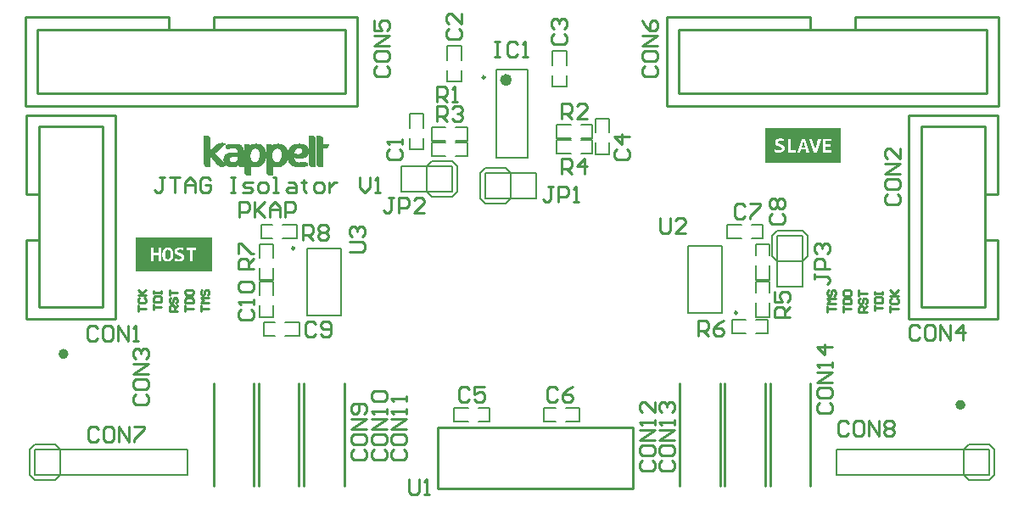
<source format=gto>
G04 Layer_Color=65535*
%FSLAX25Y25*%
%MOIN*%
G70*
G01*
G75*
%ADD17C,0.02362*%
%ADD28C,0.00984*%
%ADD29C,0.01969*%
%ADD30C,0.00100*%
%ADD31C,0.01000*%
%ADD32C,0.00800*%
%ADD33C,0.00500*%
%ADD34C,0.00787*%
G36*
X78945Y90650D02*
X49016D01*
Y104062D01*
X78945D01*
Y90650D01*
D02*
G37*
G36*
X326189Y133465D02*
X296260D01*
Y146878D01*
X326189D01*
Y133465D01*
D02*
G37*
%LPC*%
G36*
X58947Y100034D02*
X57936D01*
Y97884D01*
X56114D01*
Y100034D01*
X55103D01*
Y94678D01*
X56114D01*
Y97010D01*
X57936D01*
Y94678D01*
X58947D01*
Y100034D01*
D02*
G37*
G36*
X66545Y100126D02*
X66445D01*
X66244Y100116D01*
X66071Y100107D01*
X65907Y100089D01*
X65771Y100062D01*
X65661Y100034D01*
X65579Y100016D01*
X65525Y100007D01*
X65515Y99998D01*
X65506D01*
X65370Y99943D01*
X65251Y99889D01*
X65142Y99834D01*
X65051Y99779D01*
X64978Y99734D01*
X64923Y99697D01*
X64887Y99670D01*
X64878Y99661D01*
X64796Y99579D01*
X64714Y99497D01*
X64659Y99415D01*
X64604Y99333D01*
X64568Y99269D01*
X64532Y99215D01*
X64522Y99178D01*
X64513Y99169D01*
X64477Y99060D01*
X64450Y98959D01*
X64431Y98859D01*
X64422Y98759D01*
X64413Y98686D01*
X64404Y98622D01*
Y98586D01*
Y98568D01*
X64413Y98440D01*
X64422Y98331D01*
X64441Y98231D01*
X64459Y98140D01*
X64477Y98076D01*
X64495Y98021D01*
X64513Y97985D01*
Y97975D01*
X64604Y97812D01*
X64650Y97739D01*
X64705Y97675D01*
X64741Y97629D01*
X64777Y97593D01*
X64796Y97566D01*
X64805Y97557D01*
X64951Y97438D01*
X65087Y97347D01*
X65151Y97311D01*
X65197Y97283D01*
X65224Y97274D01*
X65233Y97265D01*
X65406Y97183D01*
X65488Y97146D01*
X65561Y97110D01*
X65616Y97083D01*
X65670Y97065D01*
X65698Y97055D01*
X65707Y97046D01*
X65889Y96983D01*
X65971Y96955D01*
X66044Y96928D01*
X66098Y96901D01*
X66153Y96891D01*
X66180Y96873D01*
X66190D01*
X66354Y96810D01*
X66426Y96782D01*
X66490Y96755D01*
X66536Y96728D01*
X66581Y96709D01*
X66600Y96700D01*
X66609Y96691D01*
X66736Y96609D01*
X66827Y96536D01*
X66864Y96500D01*
X66891Y96482D01*
X66900Y96463D01*
X66909Y96454D01*
X66946Y96399D01*
X66982Y96354D01*
X67010Y96245D01*
X67019Y96199D01*
X67028Y96163D01*
Y96135D01*
Y96126D01*
X67019Y96026D01*
X67000Y95944D01*
X66973Y95880D01*
X66964Y95871D01*
Y95862D01*
X66909Y95780D01*
X66855Y95716D01*
X66800Y95671D01*
X66791Y95653D01*
X66782D01*
X66681Y95598D01*
X66572Y95561D01*
X66527Y95543D01*
X66490Y95534D01*
X66463Y95525D01*
X66454D01*
X66290Y95498D01*
X66208Y95489D01*
X66135D01*
X66062Y95479D01*
X65816D01*
X65689Y95489D01*
X65634D01*
X65597Y95498D01*
X65561D01*
X65415Y95525D01*
X65342Y95534D01*
X65279Y95543D01*
X65224Y95552D01*
X65188Y95561D01*
X65160Y95570D01*
X65151D01*
X64996Y95607D01*
X64923Y95625D01*
X64859Y95634D01*
X64814Y95653D01*
X64768Y95662D01*
X64741Y95671D01*
X64732D01*
X64586Y95716D01*
X64522Y95735D01*
X64468Y95753D01*
X64422Y95771D01*
X64386Y95789D01*
X64359Y95798D01*
X64349D01*
Y94805D01*
X64632Y94732D01*
X64759Y94705D01*
X64878Y94678D01*
X64978Y94660D01*
X65060Y94650D01*
X65105Y94641D01*
X65124D01*
X65424Y94614D01*
X65561Y94596D01*
X65689D01*
X65789Y94587D01*
X65944D01*
X66117Y94596D01*
X66281Y94605D01*
X66426Y94623D01*
X66563Y94641D01*
X66663Y94660D01*
X66745Y94669D01*
X66800Y94687D01*
X66818D01*
X66964Y94732D01*
X67101Y94778D01*
X67219Y94833D01*
X67319Y94878D01*
X67410Y94924D01*
X67465Y94960D01*
X67510Y94987D01*
X67520Y94997D01*
X67620Y95079D01*
X67711Y95170D01*
X67793Y95252D01*
X67857Y95343D01*
X67911Y95416D01*
X67948Y95470D01*
X67966Y95507D01*
X67975Y95525D01*
X68030Y95653D01*
X68066Y95780D01*
X68103Y95908D01*
X68121Y96035D01*
X68130Y96135D01*
X68139Y96217D01*
Y96272D01*
Y96281D01*
Y96290D01*
X68130Y96409D01*
X68121Y96518D01*
X68103Y96609D01*
X68085Y96700D01*
X68057Y96764D01*
X68039Y96810D01*
X68030Y96846D01*
X68021Y96855D01*
X67975Y96946D01*
X67930Y97028D01*
X67875Y97092D01*
X67829Y97156D01*
X67784Y97210D01*
X67756Y97247D01*
X67729Y97265D01*
X67720Y97274D01*
X67574Y97402D01*
X67447Y97493D01*
X67383Y97529D01*
X67338Y97557D01*
X67310Y97566D01*
X67301Y97575D01*
X67128Y97666D01*
X67046Y97702D01*
X66964Y97730D01*
X66900Y97757D01*
X66855Y97775D01*
X66818Y97793D01*
X66809D01*
X66627Y97866D01*
X66545Y97894D01*
X66472Y97921D01*
X66417Y97948D01*
X66372Y97957D01*
X66335Y97975D01*
X66326D01*
X66162Y98039D01*
X66089Y98067D01*
X66026Y98094D01*
X65971Y98112D01*
X65934Y98130D01*
X65907Y98149D01*
X65898D01*
X65780Y98221D01*
X65689Y98294D01*
X65652Y98322D01*
X65625Y98349D01*
X65616Y98358D01*
X65607Y98367D01*
X65570Y98413D01*
X65543Y98467D01*
X65515Y98559D01*
X65506Y98604D01*
X65497Y98632D01*
Y98650D01*
Y98659D01*
X65506Y98759D01*
X65525Y98832D01*
X65534Y98887D01*
X65543Y98896D01*
Y98905D01*
X65597Y98978D01*
X65652Y99041D01*
X65698Y99078D01*
X65707Y99087D01*
X65716D01*
X65816Y99142D01*
X65907Y99178D01*
X65953Y99196D01*
X65989Y99205D01*
X66007Y99215D01*
X66017D01*
X66171Y99242D01*
X66317Y99251D01*
X66381Y99260D01*
X66590D01*
X66691Y99251D01*
X66727D01*
X66764Y99242D01*
X66791D01*
X66918Y99224D01*
X67028Y99205D01*
X67064Y99196D01*
X67101D01*
X67119Y99187D01*
X67128D01*
X67256Y99169D01*
X67356Y99142D01*
X67401Y99133D01*
X67428Y99123D01*
X67447Y99114D01*
X67456D01*
X67565Y99087D01*
X67656Y99060D01*
X67693Y99050D01*
X67720Y99041D01*
X67738Y99032D01*
X67747D01*
Y99952D01*
X67647Y99971D01*
X67547Y99989D01*
X67510Y99998D01*
X67474Y100007D01*
X67447D01*
X67328Y100034D01*
X67228Y100053D01*
X67183D01*
X67146Y100062D01*
X67119D01*
X67000Y100080D01*
X66882Y100098D01*
X66836D01*
X66800Y100107D01*
X66773D01*
X66645Y100116D01*
X66545Y100126D01*
D02*
G37*
G36*
X72858Y100034D02*
X68895D01*
Y99196D01*
X70362D01*
Y94678D01*
X71391D01*
Y99196D01*
X72858D01*
Y100034D01*
D02*
G37*
G36*
X61771Y100126D02*
X61671D01*
X61507Y100116D01*
X61343Y100098D01*
X61197Y100071D01*
X61070Y100043D01*
X60970Y100016D01*
X60888Y99989D01*
X60833Y99971D01*
X60824Y99962D01*
X60815D01*
X60669Y99889D01*
X60532Y99816D01*
X60414Y99725D01*
X60314Y99643D01*
X60232Y99570D01*
X60168Y99506D01*
X60131Y99470D01*
X60113Y99451D01*
X60013Y99315D01*
X59922Y99178D01*
X59840Y99032D01*
X59776Y98896D01*
X59721Y98768D01*
X59685Y98677D01*
X59667Y98641D01*
X59658Y98613D01*
X59649Y98595D01*
Y98586D01*
X59594Y98376D01*
X59557Y98167D01*
X59521Y97957D01*
X59503Y97757D01*
X59494Y97584D01*
Y97511D01*
X59485Y97447D01*
Y97402D01*
Y97365D01*
Y97338D01*
Y97329D01*
X59494Y97083D01*
X59512Y96855D01*
X59530Y96645D01*
X59567Y96445D01*
X59603Y96263D01*
X59649Y96099D01*
X59703Y95944D01*
X59749Y95807D01*
X59794Y95689D01*
X59849Y95580D01*
X59895Y95489D01*
X59931Y95416D01*
X59967Y95361D01*
X59995Y95324D01*
X60004Y95297D01*
X60013Y95288D01*
X60122Y95161D01*
X60232Y95060D01*
X60359Y94960D01*
X60487Y94887D01*
X60623Y94814D01*
X60751Y94760D01*
X60888Y94714D01*
X61015Y94678D01*
X61133Y94641D01*
X61243Y94623D01*
X61343Y94605D01*
X61434Y94596D01*
X61507D01*
X61562Y94587D01*
X61607D01*
X61771Y94596D01*
X61935Y94614D01*
X62081Y94632D01*
X62208Y94669D01*
X62309Y94696D01*
X62391Y94714D01*
X62445Y94732D01*
X62464Y94741D01*
X62609Y94814D01*
X62737Y94887D01*
X62855Y94969D01*
X62965Y95051D01*
X63047Y95124D01*
X63101Y95188D01*
X63147Y95224D01*
X63156Y95243D01*
X63265Y95379D01*
X63356Y95525D01*
X63438Y95671D01*
X63502Y95807D01*
X63557Y95935D01*
X63602Y96026D01*
X63612Y96062D01*
X63621Y96090D01*
X63630Y96108D01*
Y96117D01*
X63684Y96327D01*
X63730Y96536D01*
X63757Y96746D01*
X63785Y96946D01*
X63794Y97119D01*
Y97192D01*
X63803Y97256D01*
Y97301D01*
Y97338D01*
Y97365D01*
Y97374D01*
X63794Y97620D01*
X63775Y97848D01*
X63757Y98067D01*
X63721Y98267D01*
X63675Y98449D01*
X63630Y98613D01*
X63584Y98768D01*
X63539Y98905D01*
X63484Y99023D01*
X63438Y99133D01*
X63393Y99224D01*
X63347Y99296D01*
X63311Y99351D01*
X63293Y99388D01*
X63274Y99415D01*
X63265Y99424D01*
X63156Y99552D01*
X63047Y99652D01*
X62919Y99752D01*
X62792Y99834D01*
X62655Y99898D01*
X62527Y99952D01*
X62391Y99998D01*
X62263Y100034D01*
X62145Y100071D01*
X62035Y100089D01*
X61935Y100107D01*
X61844Y100116D01*
X61771Y100126D01*
D02*
G37*
%LPD*%
G36*
X61753Y99205D02*
X61844Y99196D01*
X62017Y99142D01*
X62163Y99069D01*
X62281Y98978D01*
X62372Y98887D01*
X62436Y98814D01*
X62473Y98759D01*
X62482Y98750D01*
Y98741D01*
X62527Y98650D01*
X62564Y98549D01*
X62628Y98322D01*
X62673Y98094D01*
X62710Y97857D01*
X62719Y97757D01*
X62728Y97657D01*
Y97566D01*
X62737Y97484D01*
Y97420D01*
Y97374D01*
Y97338D01*
Y97329D01*
Y97165D01*
X62728Y97019D01*
X62719Y96882D01*
X62710Y96764D01*
X62691Y96673D01*
X62682Y96600D01*
X62673Y96554D01*
Y96536D01*
X62646Y96418D01*
X62618Y96308D01*
X62582Y96208D01*
X62546Y96126D01*
X62518Y96053D01*
X62491Y96008D01*
X62482Y95971D01*
X62473Y95962D01*
X62418Y95880D01*
X62363Y95816D01*
X62309Y95753D01*
X62254Y95707D01*
X62208Y95662D01*
X62172Y95634D01*
X62145Y95625D01*
X62136Y95616D01*
X62054Y95580D01*
X61972Y95552D01*
X61890Y95525D01*
X61817Y95516D01*
X61744Y95507D01*
X61689Y95498D01*
X61644D01*
X61534Y95507D01*
X61443Y95516D01*
X61270Y95570D01*
X61124Y95643D01*
X61006Y95735D01*
X60915Y95816D01*
X60851Y95889D01*
X60815Y95944D01*
X60806Y95953D01*
Y95962D01*
X60760Y96053D01*
X60724Y96153D01*
X60660Y96381D01*
X60614Y96609D01*
X60587Y96846D01*
X60569Y96946D01*
Y97046D01*
X60560Y97137D01*
X60550Y97219D01*
Y97283D01*
Y97329D01*
Y97365D01*
Y97374D01*
Y97538D01*
X60560Y97684D01*
X60569Y97821D01*
X60578Y97930D01*
X60587Y98030D01*
X60596Y98094D01*
X60605Y98140D01*
Y98158D01*
X60632Y98285D01*
X60660Y98395D01*
X60696Y98495D01*
X60724Y98577D01*
X60751Y98641D01*
X60778Y98695D01*
X60787Y98723D01*
X60796Y98732D01*
X60851Y98814D01*
X60906Y98887D01*
X60961Y98950D01*
X61015Y98996D01*
X61061Y99041D01*
X61097Y99069D01*
X61124Y99078D01*
X61133Y99087D01*
X61216Y99133D01*
X61298Y99160D01*
X61389Y99187D01*
X61471Y99196D01*
X61534Y99205D01*
X61598Y99215D01*
X61644D01*
X61753Y99205D01*
D02*
G37*
%LPC*%
G36*
X318271Y142849D02*
X317196D01*
X316294Y139679D01*
X315994Y138558D01*
X315702Y139615D01*
X314800Y142849D01*
X313652D01*
X315292Y137493D01*
X316622D01*
X318271Y142849D01*
D02*
G37*
G36*
X322252D02*
X319027D01*
Y137493D01*
X322252D01*
Y138349D01*
X320057D01*
Y139834D01*
X322152D01*
Y140663D01*
X320057D01*
Y141993D01*
X322252D01*
Y142849D01*
D02*
G37*
G36*
X306255D02*
X305226D01*
Y137493D01*
X308514D01*
Y138358D01*
X306255D01*
Y142849D01*
D02*
G37*
G36*
X312049D02*
X310637D01*
X309052Y137493D01*
X310054D01*
X310354Y138549D01*
X312222D01*
X312523Y137493D01*
X313634D01*
X312049Y142849D01*
D02*
G37*
G36*
X302392Y142940D02*
X302292D01*
X302092Y142931D01*
X301919Y142922D01*
X301755Y142904D01*
X301618Y142877D01*
X301509Y142849D01*
X301427Y142831D01*
X301372Y142822D01*
X301363Y142813D01*
X301354D01*
X301217Y142758D01*
X301099Y142704D01*
X300989Y142649D01*
X300898Y142594D01*
X300825Y142549D01*
X300771Y142512D01*
X300734Y142485D01*
X300725Y142476D01*
X300643Y142394D01*
X300561Y142312D01*
X300507Y142230D01*
X300452Y142148D01*
X300415Y142084D01*
X300379Y142030D01*
X300370Y141993D01*
X300361Y141984D01*
X300324Y141875D01*
X300297Y141774D01*
X300279Y141674D01*
X300270Y141574D01*
X300261Y141501D01*
X300252Y141437D01*
Y141401D01*
Y141383D01*
X300261Y141255D01*
X300270Y141146D01*
X300288Y141046D01*
X300306Y140954D01*
X300324Y140891D01*
X300343Y140836D01*
X300361Y140800D01*
Y140790D01*
X300452Y140627D01*
X300498Y140554D01*
X300552Y140490D01*
X300589Y140444D01*
X300625Y140408D01*
X300643Y140381D01*
X300652Y140371D01*
X300798Y140253D01*
X300935Y140162D01*
X300998Y140126D01*
X301044Y140098D01*
X301071Y140089D01*
X301080Y140080D01*
X301254Y139998D01*
X301336Y139962D01*
X301409Y139925D01*
X301463Y139898D01*
X301518Y139880D01*
X301545Y139870D01*
X301554Y139861D01*
X301736Y139797D01*
X301818Y139770D01*
X301891Y139743D01*
X301946Y139716D01*
X302001Y139706D01*
X302028Y139688D01*
X302037D01*
X302201Y139624D01*
X302274Y139597D01*
X302338Y139570D01*
X302383Y139542D01*
X302429Y139524D01*
X302447Y139515D01*
X302456Y139506D01*
X302584Y139424D01*
X302675Y139351D01*
X302711Y139315D01*
X302738Y139296D01*
X302748Y139278D01*
X302757Y139269D01*
X302793Y139215D01*
X302830Y139169D01*
X302857Y139060D01*
X302866Y139014D01*
X302875Y138978D01*
Y138950D01*
Y138941D01*
X302866Y138841D01*
X302848Y138759D01*
X302820Y138695D01*
X302811Y138686D01*
Y138677D01*
X302757Y138595D01*
X302702Y138531D01*
X302647Y138486D01*
X302638Y138468D01*
X302629D01*
X302529Y138413D01*
X302420Y138376D01*
X302374Y138358D01*
X302338Y138349D01*
X302310Y138340D01*
X302301D01*
X302137Y138313D01*
X302055Y138303D01*
X301982D01*
X301909Y138294D01*
X301664D01*
X301536Y138303D01*
X301481D01*
X301445Y138313D01*
X301409D01*
X301263Y138340D01*
X301190Y138349D01*
X301126Y138358D01*
X301071Y138367D01*
X301035Y138376D01*
X301008Y138385D01*
X300998D01*
X300844Y138422D01*
X300771Y138440D01*
X300707Y138449D01*
X300661Y138468D01*
X300616Y138477D01*
X300589Y138486D01*
X300580D01*
X300434Y138531D01*
X300370Y138549D01*
X300315Y138568D01*
X300270Y138586D01*
X300233Y138604D01*
X300206Y138613D01*
X300197D01*
Y137620D01*
X300479Y137547D01*
X300607Y137520D01*
X300725Y137493D01*
X300825Y137475D01*
X300907Y137465D01*
X300953Y137456D01*
X300971D01*
X301272Y137429D01*
X301409Y137411D01*
X301536D01*
X301636Y137402D01*
X301791D01*
X301964Y137411D01*
X302128Y137420D01*
X302274Y137438D01*
X302411Y137456D01*
X302511Y137475D01*
X302593Y137484D01*
X302647Y137502D01*
X302666D01*
X302811Y137547D01*
X302948Y137593D01*
X303066Y137648D01*
X303167Y137693D01*
X303258Y137739D01*
X303312Y137775D01*
X303358Y137802D01*
X303367Y137812D01*
X303467Y137893D01*
X303558Y137985D01*
X303640Y138067D01*
X303704Y138158D01*
X303759Y138231D01*
X303795Y138285D01*
X303814Y138322D01*
X303823Y138340D01*
X303877Y138468D01*
X303914Y138595D01*
X303950Y138723D01*
X303968Y138850D01*
X303977Y138950D01*
X303987Y139032D01*
Y139087D01*
Y139096D01*
Y139105D01*
X303977Y139224D01*
X303968Y139333D01*
X303950Y139424D01*
X303932Y139515D01*
X303905Y139579D01*
X303886Y139624D01*
X303877Y139661D01*
X303868Y139670D01*
X303823Y139761D01*
X303777Y139843D01*
X303722Y139907D01*
X303677Y139971D01*
X303631Y140025D01*
X303604Y140062D01*
X303577Y140080D01*
X303568Y140089D01*
X303422Y140217D01*
X303294Y140308D01*
X303231Y140344D01*
X303185Y140371D01*
X303158Y140381D01*
X303149Y140390D01*
X302975Y140481D01*
X302893Y140517D01*
X302811Y140544D01*
X302748Y140572D01*
X302702Y140590D01*
X302666Y140608D01*
X302657D01*
X302474Y140681D01*
X302392Y140708D01*
X302320Y140736D01*
X302265Y140763D01*
X302219Y140772D01*
X302183Y140790D01*
X302174D01*
X302010Y140854D01*
X301937Y140882D01*
X301873Y140909D01*
X301818Y140927D01*
X301782Y140945D01*
X301755Y140964D01*
X301746D01*
X301627Y141036D01*
X301536Y141109D01*
X301500Y141137D01*
X301472Y141164D01*
X301463Y141173D01*
X301454Y141182D01*
X301418Y141228D01*
X301390Y141282D01*
X301363Y141374D01*
X301354Y141419D01*
X301345Y141446D01*
Y141465D01*
Y141474D01*
X301354Y141574D01*
X301372Y141647D01*
X301381Y141701D01*
X301390Y141711D01*
Y141720D01*
X301445Y141793D01*
X301500Y141856D01*
X301545Y141893D01*
X301554Y141902D01*
X301563D01*
X301664Y141957D01*
X301755Y141993D01*
X301800Y142011D01*
X301837Y142020D01*
X301855Y142030D01*
X301864D01*
X302019Y142057D01*
X302165Y142066D01*
X302228Y142075D01*
X302438D01*
X302538Y142066D01*
X302575D01*
X302611Y142057D01*
X302638D01*
X302766Y142039D01*
X302875Y142020D01*
X302912Y142011D01*
X302948D01*
X302966Y142002D01*
X302975D01*
X303103Y141984D01*
X303203Y141957D01*
X303249Y141947D01*
X303276Y141938D01*
X303294Y141929D01*
X303303D01*
X303413Y141902D01*
X303504Y141875D01*
X303540Y141866D01*
X303568Y141856D01*
X303586Y141847D01*
X303595D01*
Y142767D01*
X303495Y142786D01*
X303395Y142804D01*
X303358Y142813D01*
X303322Y142822D01*
X303294D01*
X303176Y142849D01*
X303076Y142868D01*
X303030D01*
X302994Y142877D01*
X302966D01*
X302848Y142895D01*
X302729Y142913D01*
X302684D01*
X302647Y142922D01*
X302620D01*
X302493Y142931D01*
X302392Y142940D01*
D02*
G37*
%LPD*%
G36*
X311994Y139369D02*
X310591D01*
X311302Y141866D01*
X311994Y139369D01*
D02*
G37*
D17*
X195669Y165945D02*
G03*
X195669Y165945I-1181J0D01*
G01*
D28*
X186221Y166949D02*
G03*
X186221Y166949I-492J0D01*
G01*
X111319Y99803D02*
G03*
X111319Y99803I-492J0D01*
G01*
X285335Y74410D02*
G03*
X285335Y74410I-492J0D01*
G01*
D29*
X21622Y58228D02*
G03*
X21622Y58228I-1000J0D01*
G01*
X374079Y38228D02*
G03*
X374079Y38228I-1000J0D01*
G01*
D30*
X101639Y128732D02*
X102639D01*
X93039D02*
X94039D01*
X101139Y128832D02*
X102639D01*
X92539D02*
X94039D01*
X100939Y128932D02*
X102639D01*
X92339D02*
X94039D01*
X100739Y129032D02*
X102639D01*
X92139D02*
X94039D01*
X100639Y129132D02*
X102639D01*
X92039D02*
X94039D01*
X100639Y129232D02*
X102639D01*
X92039D02*
X94039D01*
X100539Y129332D02*
X102639D01*
X91939D02*
X94039D01*
X100439Y129432D02*
X102639D01*
X91839D02*
X94039D01*
X100439Y129532D02*
X102639D01*
X91839D02*
X94039D01*
X100439Y129632D02*
X102639D01*
X91839D02*
X94039D01*
X100339Y129732D02*
X102639D01*
X91739D02*
X94039D01*
X100339Y129832D02*
X102639D01*
X91739D02*
X94039D01*
X100339Y129932D02*
X102639D01*
X91739D02*
X94039D01*
X100339Y130032D02*
X102639D01*
X91739D02*
X94039D01*
X100339Y130132D02*
X102639D01*
X91739D02*
X94039D01*
X100339Y130232D02*
X102639D01*
X91739D02*
X94039D01*
X100339Y130332D02*
X102639D01*
X91739D02*
X94039D01*
X100339Y130432D02*
X102639D01*
X91739D02*
X94039D01*
X100339Y130532D02*
X102639D01*
X91739D02*
X94039D01*
X100339Y130632D02*
X102639D01*
X91739D02*
X94039D01*
X100339Y130732D02*
X102639D01*
X91739D02*
X94039D01*
X100339Y130832D02*
X102639D01*
X91739D02*
X94039D01*
X100339Y130932D02*
X102639D01*
X91739D02*
X94039D01*
X100339Y131032D02*
X102639D01*
X91739D02*
X94039D01*
X100339Y131132D02*
X102639D01*
X91739D02*
X94039D01*
X100339Y131232D02*
X102639D01*
X91739D02*
X94039D01*
X100339Y131332D02*
X102639D01*
X91739D02*
X94039D01*
X100339Y131432D02*
X102639D01*
X91739D02*
X94039D01*
X100339Y131532D02*
X102639D01*
X91739D02*
X94039D01*
X100339Y131632D02*
X102639D01*
X91739D02*
X94039D01*
X100339Y131732D02*
X102639D01*
X91739D02*
X94039D01*
X100339Y131832D02*
X102639D01*
X91739D02*
X94039D01*
X111939Y131932D02*
X114139D01*
X103739D02*
X105239D01*
X100339D02*
X102639D01*
X95139D02*
X96639D01*
X91739D02*
X94039D01*
X86239D02*
X87739D01*
X121239Y132032D02*
X122339D01*
X118339D02*
X119339D01*
X111539D02*
X114839D01*
X103339D02*
X105639D01*
X100339D02*
X102639D01*
X94739D02*
X97039D01*
X91739D02*
X94039D01*
X90239D02*
X91239D01*
X85739D02*
X88139D01*
X82539D02*
X83139D01*
X77039D02*
X78039D01*
X120739Y132132D02*
X122339D01*
X117839D02*
X119339D01*
X111239D02*
X115339D01*
X103139D02*
X105939D01*
X100339D02*
X102639D01*
X94539D02*
X97339D01*
X91739D02*
X94039D01*
X89839D02*
X91239D01*
X85439D02*
X88339D01*
X82139D02*
X83539D01*
X76539D02*
X78039D01*
X120539Y132232D02*
X122339D01*
X117639D02*
X119339D01*
X110939D02*
X115739D01*
X102939D02*
X106139D01*
X100339D02*
X102639D01*
X94339D02*
X97539D01*
X91739D02*
X94039D01*
X89539D02*
X91239D01*
X85239D02*
X88539D01*
X81939D02*
X83739D01*
X76339D02*
X78039D01*
X120439Y132332D02*
X122339D01*
X117539D02*
X119339D01*
X110739D02*
X116039D01*
X102739D02*
X106339D01*
X100339D02*
X102639D01*
X94139D02*
X97739D01*
X91739D02*
X94039D01*
X89439D02*
X91239D01*
X85039D02*
X88739D01*
X81739D02*
X83939D01*
X76239D02*
X78039D01*
X120339Y132432D02*
X122339D01*
X117439D02*
X119339D01*
X110539D02*
X116239D01*
X100339D02*
X106539D01*
X91739D02*
X97939D01*
X89339D02*
X91239D01*
X84839D02*
X88839D01*
X81639D02*
X84039D01*
X76139D02*
X78039D01*
X120239Y132532D02*
X122339D01*
X117339D02*
X119339D01*
X110339D02*
X116339D01*
X100339D02*
X106739D01*
X91739D02*
X98139D01*
X89239D02*
X91239D01*
X84739D02*
X88939D01*
X81439D02*
X84039D01*
X76039D02*
X78039D01*
X120239Y132632D02*
X122339D01*
X117239D02*
X119339D01*
X110239D02*
X116339D01*
X100339D02*
X106839D01*
X91739D02*
X98239D01*
X89239D02*
X91239D01*
X84539D02*
X89139D01*
X81339D02*
X84139D01*
X75939D02*
X78039D01*
X120139Y132732D02*
X122339D01*
X117239D02*
X119339D01*
X110139D02*
X116339D01*
X100339D02*
X106939D01*
X91739D02*
X98339D01*
X84439D02*
X91239D01*
X81239D02*
X84039D01*
X75939D02*
X78039D01*
X120139Y132832D02*
X122339D01*
X117139D02*
X119339D01*
X109939D02*
X116339D01*
X100339D02*
X107139D01*
X91739D02*
X98539D01*
X84339D02*
X91239D01*
X81139D02*
X83939D01*
X75939D02*
X78039D01*
X120039Y132932D02*
X122339D01*
X117139D02*
X119339D01*
X109839D02*
X116339D01*
X100339D02*
X107239D01*
X91739D02*
X98639D01*
X84239D02*
X91239D01*
X81039D02*
X83839D01*
X75839D02*
X78039D01*
X120039Y133032D02*
X122339D01*
X117139D02*
X119339D01*
X109739D02*
X116239D01*
X100339D02*
X107339D01*
X91739D02*
X98739D01*
X84139D02*
X91239D01*
X80939D02*
X83739D01*
X75839D02*
X78039D01*
X120039Y133132D02*
X122339D01*
X117139D02*
X119339D01*
X109639D02*
X116239D01*
X100339D02*
X107439D01*
X91739D02*
X98839D01*
X84039D02*
X91239D01*
X80839D02*
X83639D01*
X75839D02*
X78039D01*
X120039Y133232D02*
X122339D01*
X117139D02*
X119339D01*
X109639D02*
X116239D01*
X100339D02*
X107539D01*
X91739D02*
X98939D01*
X84039D02*
X91239D01*
X80739D02*
X83639D01*
X75839D02*
X78039D01*
X120039Y133332D02*
X122339D01*
X117039D02*
X119339D01*
X109539D02*
X116139D01*
X100339D02*
X107639D01*
X91739D02*
X99039D01*
X83939D02*
X91239D01*
X80639D02*
X83539D01*
X75839D02*
X78039D01*
X120039Y133432D02*
X122339D01*
X117039D02*
X119339D01*
X109439D02*
X116039D01*
X100339D02*
X107639D01*
X91739D02*
X99039D01*
X83839D02*
X91239D01*
X80539D02*
X83439D01*
X75839D02*
X78039D01*
X120039Y133532D02*
X122339D01*
X117039D02*
X119339D01*
X113439D02*
X115839D01*
X109339D02*
X112739D01*
X100339D02*
X107739D01*
X91739D02*
X99139D01*
X83839D02*
X91239D01*
X80539D02*
X83339D01*
X75839D02*
X78039D01*
X120039Y133632D02*
X122339D01*
X117039D02*
X119339D01*
X114739D02*
X115439D01*
X109339D02*
X112239D01*
X104739D02*
X107839D01*
X100339D02*
X103839D01*
X96139D02*
X99239D01*
X91739D02*
X95239D01*
X87639D02*
X91239D01*
X83839D02*
X86639D01*
X80439D02*
X83239D01*
X75839D02*
X78039D01*
X120039Y133732D02*
X122339D01*
X117039D02*
X119339D01*
X109239D02*
X112039D01*
X105039D02*
X107939D01*
X100339D02*
X103539D01*
X96439D02*
X99339D01*
X91739D02*
X94939D01*
X88039D02*
X91239D01*
X83739D02*
X86339D01*
X80339D02*
X83139D01*
X75839D02*
X78039D01*
X120039Y133832D02*
X122339D01*
X117039D02*
X119339D01*
X109139D02*
X111839D01*
X105239D02*
X107939D01*
X100339D02*
X103339D01*
X96639D02*
X99339D01*
X91739D02*
X94739D01*
X88339D02*
X91239D01*
X83739D02*
X86139D01*
X80239D02*
X83039D01*
X75839D02*
X78039D01*
X120039Y133932D02*
X122339D01*
X117039D02*
X119339D01*
X109139D02*
X111739D01*
X105339D02*
X108039D01*
X100339D02*
X103239D01*
X96739D02*
X99439D01*
X91739D02*
X94639D01*
X88439D02*
X91239D01*
X83639D02*
X86039D01*
X80139D02*
X82939D01*
X75839D02*
X78039D01*
X120039Y134032D02*
X122339D01*
X117039D02*
X119339D01*
X109039D02*
X111639D01*
X105439D02*
X108039D01*
X100339D02*
X103139D01*
X96839D02*
X99439D01*
X91739D02*
X94539D01*
X88539D02*
X91239D01*
X83639D02*
X85939D01*
X80039D02*
X82839D01*
X75839D02*
X78039D01*
X120039Y134132D02*
X122339D01*
X117039D02*
X119339D01*
X109039D02*
X111539D01*
X105539D02*
X108139D01*
X100339D02*
X103039D01*
X96939D02*
X99539D01*
X91739D02*
X94439D01*
X88639D02*
X91239D01*
X83639D02*
X85839D01*
X80039D02*
X82739D01*
X75839D02*
X78039D01*
X120039Y134232D02*
X122339D01*
X117039D02*
X119339D01*
X108939D02*
X111439D01*
X105639D02*
X108139D01*
X100339D02*
X102939D01*
X97039D02*
X99539D01*
X91739D02*
X94339D01*
X88739D02*
X91239D01*
X83639D02*
X85739D01*
X79939D02*
X82639D01*
X75839D02*
X78039D01*
X120039Y134332D02*
X122339D01*
X117039D02*
X119339D01*
X108939D02*
X111339D01*
X105739D02*
X108239D01*
X100339D02*
X102839D01*
X97139D02*
X99639D01*
X91739D02*
X94239D01*
X88839D02*
X91239D01*
X83639D02*
X85739D01*
X79839D02*
X82539D01*
X75839D02*
X78039D01*
X120039Y134432D02*
X122339D01*
X117039D02*
X119339D01*
X108939D02*
X111339D01*
X105839D02*
X108239D01*
X100339D02*
X102839D01*
X97239D02*
X99639D01*
X91739D02*
X94239D01*
X88839D02*
X91239D01*
X83539D02*
X85739D01*
X79739D02*
X82439D01*
X75839D02*
X78039D01*
X120039Y134532D02*
X122339D01*
X117039D02*
X119339D01*
X108839D02*
X111239D01*
X105839D02*
X108339D01*
X100339D02*
X102739D01*
X97239D02*
X99739D01*
X91739D02*
X94139D01*
X88939D02*
X91239D01*
X83539D02*
X85739D01*
X79639D02*
X82439D01*
X75839D02*
X78039D01*
X120039Y134632D02*
X122339D01*
X117039D02*
X119339D01*
X108839D02*
X111239D01*
X105939D02*
X108339D01*
X100339D02*
X102739D01*
X97339D02*
X99739D01*
X91739D02*
X94139D01*
X88939D02*
X91239D01*
X83539D02*
X85739D01*
X79539D02*
X82339D01*
X75839D02*
X78039D01*
X120039Y134732D02*
X122339D01*
X117039D02*
X119339D01*
X108839D02*
X111239D01*
X105939D02*
X108339D01*
X100339D02*
X102639D01*
X97339D02*
X99739D01*
X91739D02*
X94039D01*
X89039D02*
X91239D01*
X83539D02*
X85639D01*
X79539D02*
X82239D01*
X75839D02*
X78039D01*
X120039Y134832D02*
X122339D01*
X117039D02*
X119339D01*
X108739D02*
X111139D01*
X106039D02*
X108439D01*
X100339D02*
X102639D01*
X97439D02*
X99839D01*
X91739D02*
X94039D01*
X89039D02*
X91239D01*
X83539D02*
X85639D01*
X79439D02*
X82139D01*
X75839D02*
X78039D01*
X120039Y134932D02*
X122339D01*
X117039D02*
X119339D01*
X108739D02*
X111139D01*
X106039D02*
X108439D01*
X100339D02*
X102639D01*
X97439D02*
X99839D01*
X91739D02*
X93939D01*
X89039D02*
X91239D01*
X83539D02*
X85739D01*
X79339D02*
X82039D01*
X75839D02*
X78039D01*
X120039Y135032D02*
X122339D01*
X117039D02*
X119339D01*
X108739D02*
X111139D01*
X106139D02*
X108439D01*
X100339D02*
X102539D01*
X97539D02*
X99839D01*
X91739D02*
X93939D01*
X89139D02*
X91239D01*
X83539D02*
X85739D01*
X79239D02*
X81939D01*
X75839D02*
X78039D01*
X120039Y135132D02*
X122339D01*
X117039D02*
X119339D01*
X108739D02*
X111039D01*
X106139D02*
X108539D01*
X100339D02*
X102539D01*
X97539D02*
X99839D01*
X91739D02*
X93939D01*
X89139D02*
X91239D01*
X83539D02*
X85739D01*
X79139D02*
X81839D01*
X75839D02*
X78039D01*
X120039Y135232D02*
X122339D01*
X117039D02*
X119339D01*
X108639D02*
X111039D01*
X106139D02*
X108539D01*
X100339D02*
X102539D01*
X97539D02*
X99939D01*
X91739D02*
X93939D01*
X89139D02*
X91239D01*
X83639D02*
X85739D01*
X79039D02*
X81739D01*
X75839D02*
X78039D01*
X120039Y135332D02*
X122339D01*
X117039D02*
X119339D01*
X112539D02*
X114039D01*
X108639D02*
X111039D01*
X106239D02*
X108539D01*
X100339D02*
X102439D01*
X97639D02*
X99939D01*
X91739D02*
X93839D01*
X89139D02*
X91239D01*
X83639D02*
X85839D01*
X78939D02*
X81639D01*
X75839D02*
X78039D01*
X120039Y135432D02*
X122339D01*
X117039D02*
X119339D01*
X111739D02*
X114639D01*
X108639D02*
X111039D01*
X106239D02*
X108539D01*
X100339D02*
X102439D01*
X97639D02*
X99939D01*
X91739D02*
X93839D01*
X89139D02*
X91239D01*
X83639D02*
X85839D01*
X78939D02*
X81539D01*
X75839D02*
X78039D01*
X120039Y135532D02*
X122339D01*
X117039D02*
X119339D01*
X111239D02*
X115039D01*
X108639D02*
X111039D01*
X106239D02*
X108539D01*
X100339D02*
X102439D01*
X97639D02*
X99939D01*
X91739D02*
X93839D01*
X89139D02*
X91239D01*
X83639D02*
X85939D01*
X78839D02*
X81439D01*
X75839D02*
X78039D01*
X120039Y135632D02*
X122339D01*
X117039D02*
X119339D01*
X108639D02*
X115239D01*
X106239D02*
X108539D01*
X100339D02*
X102439D01*
X97639D02*
X99939D01*
X91739D02*
X93839D01*
X89139D02*
X91239D01*
X83639D02*
X86039D01*
X78739D02*
X81339D01*
X75839D02*
X78039D01*
X120039Y135732D02*
X122339D01*
X117039D02*
X119339D01*
X106339D02*
X115439D01*
X100339D02*
X102439D01*
X97639D02*
X100039D01*
X91739D02*
X93839D01*
X89139D02*
X91239D01*
X83739D02*
X86139D01*
X78639D02*
X81339D01*
X75839D02*
X78039D01*
X120039Y135832D02*
X122339D01*
X117039D02*
X119339D01*
X106339D02*
X115639D01*
X100339D02*
X102439D01*
X97739D02*
X100039D01*
X91739D02*
X93839D01*
X89139D02*
X91239D01*
X83739D02*
X86339D01*
X78539D02*
X81239D01*
X75839D02*
X78039D01*
X120039Y135932D02*
X122339D01*
X117039D02*
X119339D01*
X106339D02*
X115839D01*
X100339D02*
X102439D01*
X97739D02*
X100039D01*
X91739D02*
X93839D01*
X88839D02*
X91239D01*
X83739D02*
X86539D01*
X78439D02*
X81139D01*
X75839D02*
X78039D01*
X120039Y136032D02*
X122339D01*
X117039D02*
X119339D01*
X106339D02*
X115939D01*
X100339D02*
X102439D01*
X97739D02*
X100039D01*
X91739D02*
X93839D01*
X88039D02*
X91239D01*
X83839D02*
X86939D01*
X78339D02*
X81039D01*
X75839D02*
X78039D01*
X120039Y136132D02*
X122339D01*
X117039D02*
X119339D01*
X106339D02*
X116039D01*
X100339D02*
X102439D01*
X97739D02*
X100039D01*
X91739D02*
X93839D01*
X83839D02*
X91239D01*
X78239D02*
X80939D01*
X75839D02*
X78039D01*
X120039Y136232D02*
X122339D01*
X117039D02*
X119339D01*
X106339D02*
X116139D01*
X100339D02*
X102439D01*
X97739D02*
X100039D01*
X91739D02*
X93839D01*
X83939D02*
X91239D01*
X78239D02*
X80839D01*
X75839D02*
X78039D01*
X120039Y136332D02*
X122339D01*
X117039D02*
X119339D01*
X106339D02*
X116239D01*
X100339D02*
X102439D01*
X97739D02*
X100039D01*
X91739D02*
X93839D01*
X84039D02*
X91239D01*
X78139D02*
X80739D01*
X75839D02*
X78039D01*
X120039Y136432D02*
X122339D01*
X117039D02*
X119339D01*
X106339D02*
X116339D01*
X100339D02*
X102439D01*
X97739D02*
X100039D01*
X91739D02*
X93839D01*
X84139D02*
X91239D01*
X75839D02*
X80639D01*
X120039Y136532D02*
X122339D01*
X117039D02*
X119339D01*
X106339D02*
X116339D01*
X100339D02*
X102439D01*
X97739D02*
X100039D01*
X91739D02*
X93839D01*
X84139D02*
X91239D01*
X75839D02*
X80539D01*
X120039Y136632D02*
X122339D01*
X117039D02*
X119339D01*
X106339D02*
X116439D01*
X100339D02*
X102439D01*
X97739D02*
X100039D01*
X91739D02*
X93839D01*
X84339D02*
X91239D01*
X75839D02*
X80439D01*
X120039Y136732D02*
X122339D01*
X117039D02*
X119339D01*
X106339D02*
X116539D01*
X100339D02*
X102439D01*
X97739D02*
X100039D01*
X91739D02*
X93839D01*
X84439D02*
X91239D01*
X75839D02*
X80339D01*
X120039Y136832D02*
X122339D01*
X117039D02*
X119339D01*
X106339D02*
X116539D01*
X100339D02*
X102439D01*
X97739D02*
X100039D01*
X91739D02*
X93839D01*
X84539D02*
X91239D01*
X75839D02*
X80239D01*
X120039Y136932D02*
X122339D01*
X117039D02*
X119339D01*
X113539D02*
X116539D01*
X106339D02*
X111939D01*
X100339D02*
X102539D01*
X97739D02*
X100039D01*
X91739D02*
X93839D01*
X84739D02*
X91239D01*
X75839D02*
X80139D01*
X120039Y137032D02*
X122339D01*
X117039D02*
X119339D01*
X113839D02*
X116639D01*
X106339D02*
X111439D01*
X100339D02*
X102539D01*
X97739D02*
X100039D01*
X91739D02*
X93939D01*
X84939D02*
X91239D01*
X75839D02*
X80139D01*
X120039Y137132D02*
X122339D01*
X117039D02*
X119339D01*
X114039D02*
X116639D01*
X106339D02*
X111039D01*
X100339D02*
X102539D01*
X97739D02*
X100039D01*
X91739D02*
X93939D01*
X85139D02*
X91239D01*
X75839D02*
X80039D01*
X120039Y137232D02*
X122339D01*
X117039D02*
X119339D01*
X114139D02*
X116639D01*
X106339D02*
X111039D01*
X100339D02*
X102539D01*
X97739D02*
X100039D01*
X91739D02*
X93939D01*
X85439D02*
X91239D01*
X75839D02*
X79939D01*
X120039Y137332D02*
X122339D01*
X117039D02*
X119339D01*
X114239D02*
X116739D01*
X106339D02*
X111039D01*
X100339D02*
X102539D01*
X97739D02*
X99939D01*
X91739D02*
X93939D01*
X89139D02*
X91239D01*
X85839D02*
X88839D01*
X75839D02*
X80039D01*
X120039Y137432D02*
X122339D01*
X117039D02*
X119339D01*
X114339D02*
X116739D01*
X108639D02*
X111039D01*
X106339D02*
X108539D01*
X100339D02*
X102539D01*
X97739D02*
X99939D01*
X91739D02*
X93939D01*
X89139D02*
X91239D01*
X86539D02*
X87939D01*
X75839D02*
X80139D01*
X120039Y137532D02*
X122339D01*
X117039D02*
X119339D01*
X114439D02*
X116739D01*
X108639D02*
X111039D01*
X106339D02*
X108539D01*
X100339D02*
X102639D01*
X97739D02*
X99939D01*
X91739D02*
X94039D01*
X89139D02*
X91239D01*
X75839D02*
X80239D01*
X120039Y137632D02*
X122339D01*
X117039D02*
X119339D01*
X114439D02*
X116739D01*
X108739D02*
X111039D01*
X106339D02*
X108539D01*
X100339D02*
X102639D01*
X97639D02*
X99939D01*
X91739D02*
X94039D01*
X89239D02*
X91239D01*
X75839D02*
X80439D01*
X120039Y137732D02*
X122339D01*
X117039D02*
X119339D01*
X114539D02*
X116739D01*
X108739D02*
X111139D01*
X106239D02*
X108539D01*
X100339D02*
X102639D01*
X97639D02*
X99939D01*
X91739D02*
X94039D01*
X89239D02*
X91239D01*
X75839D02*
X80539D01*
X120039Y137832D02*
X122339D01*
X117039D02*
X119339D01*
X114539D02*
X116739D01*
X108739D02*
X111139D01*
X106239D02*
X108539D01*
X100339D02*
X102739D01*
X97639D02*
X99939D01*
X91739D02*
X94139D01*
X89139D02*
X91239D01*
X75839D02*
X80639D01*
X120039Y137932D02*
X122339D01*
X117039D02*
X119339D01*
X114539D02*
X116839D01*
X108739D02*
X111139D01*
X106239D02*
X108439D01*
X100339D02*
X102739D01*
X97639D02*
X99839D01*
X91739D02*
X94139D01*
X89139D02*
X91239D01*
X75839D02*
X80739D01*
X120039Y138032D02*
X122339D01*
X117039D02*
X119339D01*
X114539D02*
X116839D01*
X108839D02*
X111239D01*
X106139D02*
X108439D01*
X100339D02*
X102839D01*
X97539D02*
X99839D01*
X91739D02*
X94239D01*
X89139D02*
X91239D01*
X75839D02*
X80839D01*
X120039Y138132D02*
X122339D01*
X117039D02*
X119339D01*
X114539D02*
X116839D01*
X108839D02*
X111239D01*
X106139D02*
X108439D01*
X100339D02*
X102839D01*
X97539D02*
X99839D01*
X91739D02*
X94239D01*
X89139D02*
X91239D01*
X78139D02*
X80939D01*
X75839D02*
X78039D01*
X120039Y138232D02*
X122339D01*
X117039D02*
X119339D01*
X114539D02*
X116839D01*
X108839D02*
X111239D01*
X106039D02*
X108439D01*
X100339D02*
X102939D01*
X97439D02*
X99739D01*
X91739D02*
X94339D01*
X89139D02*
X91239D01*
X78239D02*
X81039D01*
X75839D02*
X78039D01*
X120039Y138332D02*
X122339D01*
X117039D02*
X119339D01*
X114539D02*
X116739D01*
X108939D02*
X111339D01*
X106039D02*
X108339D01*
X100339D02*
X102939D01*
X97439D02*
X99739D01*
X91739D02*
X94339D01*
X89139D02*
X91239D01*
X78339D02*
X81139D01*
X75839D02*
X78039D01*
X120039Y138432D02*
X122339D01*
X117039D02*
X119339D01*
X114539D02*
X116739D01*
X108939D02*
X111339D01*
X105939D02*
X108339D01*
X100339D02*
X103039D01*
X97339D02*
X99739D01*
X91739D02*
X94439D01*
X89039D02*
X91239D01*
X78439D02*
X81239D01*
X75839D02*
X78039D01*
X120039Y138532D02*
X122339D01*
X117039D02*
X119339D01*
X114539D02*
X116739D01*
X109039D02*
X111439D01*
X105939D02*
X108339D01*
X100339D02*
X103139D01*
X97339D02*
X99639D01*
X91739D02*
X94539D01*
X89039D02*
X91139D01*
X78539D02*
X81439D01*
X75839D02*
X78039D01*
X120039Y138632D02*
X122339D01*
X117039D02*
X119339D01*
X114439D02*
X116739D01*
X109039D02*
X111539D01*
X105839D02*
X108239D01*
X100339D02*
X103239D01*
X97239D02*
X99639D01*
X91739D02*
X94639D01*
X88939D02*
X91139D01*
X78639D02*
X81539D01*
X75839D02*
X78039D01*
X120039Y138732D02*
X122339D01*
X117039D02*
X119339D01*
X114439D02*
X116739D01*
X109039D02*
X111639D01*
X105739D02*
X108239D01*
X100339D02*
X103339D01*
X97139D02*
X99639D01*
X91739D02*
X94739D01*
X88939D02*
X91139D01*
X78839D02*
X81639D01*
X75839D02*
X78039D01*
X120039Y138832D02*
X122339D01*
X117039D02*
X119339D01*
X114339D02*
X116739D01*
X109139D02*
X111739D01*
X105639D02*
X108139D01*
X100339D02*
X103439D01*
X97039D02*
X99539D01*
X91739D02*
X94839D01*
X88839D02*
X91139D01*
X78939D02*
X81739D01*
X75839D02*
X78039D01*
X120039Y138932D02*
X122339D01*
X117039D02*
X119339D01*
X114239D02*
X116639D01*
X109239D02*
X111839D01*
X105539D02*
X108139D01*
X100339D02*
X103539D01*
X96939D02*
X99539D01*
X91739D02*
X94939D01*
X88739D02*
X91039D01*
X79039D02*
X81839D01*
X75839D02*
X78039D01*
X120039Y139032D02*
X122339D01*
X117039D02*
X119339D01*
X114139D02*
X116639D01*
X109239D02*
X111939D01*
X105339D02*
X108039D01*
X100339D02*
X103739D01*
X96739D02*
X99439D01*
X91739D02*
X95139D01*
X88639D02*
X91039D01*
X79139D02*
X81939D01*
X75839D02*
X78039D01*
X120039Y139132D02*
X122239D01*
X117039D02*
X119339D01*
X114039D02*
X116539D01*
X109339D02*
X112139D01*
X105039D02*
X108039D01*
X100339D02*
X103939D01*
X96439D02*
X99439D01*
X91739D02*
X95339D01*
X88539D02*
X91039D01*
X84839D02*
X85739D01*
X79239D02*
X82039D01*
X75839D02*
X78039D01*
X120039Y139232D02*
X123839D01*
X117039D02*
X119339D01*
X113839D02*
X116539D01*
X109439D02*
X112339D01*
X100339D02*
X107939D01*
X91739D02*
X99339D01*
X88239D02*
X90939D01*
X84639D02*
X86339D01*
X79339D02*
X82139D01*
X75839D02*
X78039D01*
X120039Y139332D02*
X124039D01*
X117039D02*
X119339D01*
X109439D02*
X116439D01*
X100339D02*
X107839D01*
X91739D02*
X99239D01*
X84539D02*
X90939D01*
X79539D02*
X82239D01*
X75839D02*
X78039D01*
X120039Y139432D02*
X124139D01*
X117039D02*
X119339D01*
X109539D02*
X116439D01*
X100339D02*
X107839D01*
X91739D02*
X99239D01*
X84439D02*
X90839D01*
X79639D02*
X82439D01*
X75839D02*
X78039D01*
X120039Y139532D02*
X124339D01*
X117039D02*
X119339D01*
X109639D02*
X116339D01*
X100339D02*
X107739D01*
X91739D02*
X99139D01*
X84439D02*
X90839D01*
X79739D02*
X82539D01*
X75839D02*
X78039D01*
X120039Y139632D02*
X124339D01*
X117039D02*
X119339D01*
X109739D02*
X116239D01*
X100339D02*
X107639D01*
X91739D02*
X99039D01*
X84439D02*
X90739D01*
X79839D02*
X82639D01*
X75839D02*
X78039D01*
X120039Y139732D02*
X124439D01*
X117039D02*
X119339D01*
X109839D02*
X116139D01*
X100339D02*
X107539D01*
X91739D02*
X98939D01*
X84339D02*
X90739D01*
X79939D02*
X82739D01*
X75839D02*
X78039D01*
X120039Y139832D02*
X124539D01*
X117039D02*
X119339D01*
X109939D02*
X116039D01*
X100339D02*
X107439D01*
X91739D02*
X98839D01*
X84339D02*
X90639D01*
X80039D02*
X82839D01*
X75839D02*
X78039D01*
X120039Y139932D02*
X124539D01*
X117039D02*
X119339D01*
X110039D02*
X115939D01*
X100339D02*
X107339D01*
X91739D02*
X98739D01*
X84339D02*
X90539D01*
X80139D02*
X82939D01*
X75839D02*
X78039D01*
X120039Y140032D02*
X124539D01*
X117039D02*
X119339D01*
X110139D02*
X115839D01*
X100339D02*
X107239D01*
X91739D02*
X98639D01*
X84339D02*
X90439D01*
X80339D02*
X83039D01*
X75839D02*
X78039D01*
X120039Y140132D02*
X124539D01*
X117039D02*
X119339D01*
X110339D02*
X115739D01*
X102539D02*
X107139D01*
X100339D02*
X102439D01*
X93939D02*
X98539D01*
X91739D02*
X93839D01*
X84339D02*
X90339D01*
X80439D02*
X83139D01*
X75839D02*
X78039D01*
X120039Y140232D02*
X124639D01*
X117039D02*
X119339D01*
X110439D02*
X115639D01*
X102639D02*
X107039D01*
X100339D02*
X102339D01*
X94039D02*
X98439D01*
X91739D02*
X93739D01*
X84339D02*
X90239D01*
X80539D02*
X83339D01*
X75839D02*
X78039D01*
X120039Y140332D02*
X124639D01*
X117039D02*
X119339D01*
X110639D02*
X115439D01*
X102839D02*
X106839D01*
X100339D02*
X102239D01*
X94139D02*
X98239D01*
X91739D02*
X93639D01*
X84339D02*
X90139D01*
X80639D02*
X83439D01*
X75839D02*
X78039D01*
X120039Y140432D02*
X124639D01*
X117039D02*
X119339D01*
X110839D02*
X115239D01*
X102939D02*
X106739D01*
X100339D02*
X102139D01*
X94339D02*
X98139D01*
X91739D02*
X93539D01*
X84639D02*
X90039D01*
X80739D02*
X83539D01*
X75839D02*
X78039D01*
X120039Y140532D02*
X124639D01*
X117039D02*
X119339D01*
X111039D02*
X115039D01*
X103139D02*
X106539D01*
X100339D02*
X102039D01*
X94539D02*
X97939D01*
X91739D02*
X93339D01*
X84939D02*
X89839D01*
X80839D02*
X83639D01*
X75839D02*
X78039D01*
X120039Y140632D02*
X124639D01*
X117039D02*
X119339D01*
X111339D02*
X114839D01*
X103339D02*
X106339D01*
X100339D02*
X101739D01*
X94739D02*
X97739D01*
X91739D02*
X93139D01*
X85339D02*
X89639D01*
X81039D02*
X83739D01*
X75839D02*
X78039D01*
X120039Y140732D02*
X124639D01*
X117039D02*
X119339D01*
X111639D02*
X114539D01*
X103539D02*
X106039D01*
X94939D02*
X97439D01*
X85739D02*
X89439D01*
X81139D02*
X83839D01*
X75839D02*
X78039D01*
X120039Y140832D02*
X122239D01*
X117039D02*
X119339D01*
X112139D02*
X114139D01*
X103839D02*
X105739D01*
X95239D02*
X97139D01*
X86339D02*
X89039D01*
X81339D02*
X83939D01*
X75839D02*
X78039D01*
X120039Y140932D02*
X122339D01*
X117039D02*
X119339D01*
X113039D02*
X113339D01*
X104639D02*
X104939D01*
X96039D02*
X96339D01*
X81539D02*
X83939D01*
X75839D02*
X78039D01*
X120039Y141032D02*
X122339D01*
X117039D02*
X119339D01*
X81739D02*
X83739D01*
X75839D02*
X78039D01*
X120039Y141132D02*
X122339D01*
X117039D02*
X119339D01*
X82039D02*
X83439D01*
X75839D02*
X78039D01*
X120039Y141232D02*
X122339D01*
X117039D02*
X119339D01*
X82639D02*
X83039D01*
X75839D02*
X78039D01*
X120039Y141332D02*
X122339D01*
X117039D02*
X119339D01*
X75839D02*
X78039D01*
X120039Y141432D02*
X122339D01*
X117039D02*
X119339D01*
X75839D02*
X78039D01*
X120039Y141532D02*
X122339D01*
X117039D02*
X119339D01*
X75839D02*
X78039D01*
X120039Y141632D02*
X122339D01*
X117039D02*
X119339D01*
X75839D02*
X78039D01*
X120039Y141732D02*
X122339D01*
X117039D02*
X119339D01*
X75839D02*
X78039D01*
X120039Y141832D02*
X122339D01*
X117039D02*
X119339D01*
X75839D02*
X78039D01*
X120039Y141932D02*
X122339D01*
X117039D02*
X119339D01*
X75839D02*
X78039D01*
X120039Y142032D02*
X122339D01*
X117039D02*
X119339D01*
X75839D02*
X78039D01*
X120039Y142132D02*
X122339D01*
X117039D02*
X119339D01*
X75839D02*
X78039D01*
X120039Y142232D02*
X122339D01*
X117039D02*
X119339D01*
X75839D02*
X78039D01*
X120039Y142332D02*
X122339D01*
X117039D02*
X119339D01*
X75839D02*
X78039D01*
X120039Y142432D02*
X122339D01*
X117039D02*
X119339D01*
X75839D02*
X78039D01*
X120039Y142532D02*
X122339D01*
X117039D02*
X119339D01*
X75839D02*
X78039D01*
X120039Y142632D02*
X122339D01*
X117039D02*
X119339D01*
X75839D02*
X78039D01*
X120039Y142732D02*
X122339D01*
X117039D02*
X119339D01*
X75839D02*
X78039D01*
X120039Y142832D02*
X122239D01*
X117039D02*
X119339D01*
X75839D02*
X78039D01*
X120039Y142932D02*
X122239D01*
X117039D02*
X119339D01*
X75839D02*
X78039D01*
X120039Y143032D02*
X122239D01*
X117039D02*
X119339D01*
X75839D02*
X78039D01*
X120039Y143132D02*
X122239D01*
X117039D02*
X119339D01*
X75839D02*
X78039D01*
X120039Y143232D02*
X122239D01*
X117039D02*
X119239D01*
X75839D02*
X77939D01*
X120039Y143332D02*
X122139D01*
X117039D02*
X119239D01*
X75839D02*
X77939D01*
X120039Y143432D02*
X122139D01*
X117039D02*
X119139D01*
X75839D02*
X77939D01*
X120039Y143532D02*
X122039D01*
X117039D02*
X119139D01*
X75839D02*
X77839D01*
X120039Y143632D02*
X121939D01*
X117039D02*
X119039D01*
X75839D02*
X77739D01*
X120039Y143732D02*
X121839D01*
X117039D02*
X118939D01*
X75839D02*
X77639D01*
X120039Y143832D02*
X121739D01*
X117039D02*
X118839D01*
X75839D02*
X77539D01*
X120039Y143932D02*
X121539D01*
X117039D02*
X118639D01*
X75839D02*
X77339D01*
X120039Y144032D02*
X121139D01*
X117039D02*
X118239D01*
X75839D02*
X76939D01*
D31*
X262323Y185728D02*
X331693D01*
Y190650D01*
Y185728D02*
X383346D01*
X257756Y190650D02*
X313976D01*
X331693D02*
X387913D01*
X262323Y160728D02*
Y185728D01*
X313976D02*
Y190650D01*
X257756Y155807D02*
X387913D01*
X257756D02*
Y190650D01*
X387913Y155807D02*
Y190650D01*
X262323Y160728D02*
X383346D01*
Y185728D01*
X387579Y120906D02*
Y152126D01*
Y71969D02*
Y103189D01*
X382657D02*
X387579D01*
X382657Y120906D02*
X387579D01*
X352736Y71969D02*
Y152126D01*
Y71969D02*
X387579D01*
X352736Y152126D02*
X387579D01*
X382657Y76535D02*
Y147559D01*
X357657Y76535D02*
Y147559D01*
Y76535D02*
X382657D01*
X357657Y147559D02*
X382657D01*
X280512Y6398D02*
Y46752D01*
X296260Y6398D02*
Y46752D01*
X262795Y6398D02*
Y46752D01*
X278543Y6398D02*
Y46752D01*
X167559Y5217D02*
X244331D01*
X167559Y29232D02*
X244331D01*
X167559Y5217D02*
Y29232D01*
X244331Y5217D02*
Y29232D01*
X115157Y6398D02*
Y46752D01*
X130906Y6398D02*
Y46752D01*
X97441Y6398D02*
Y46752D01*
X113189Y6398D02*
Y46752D01*
X79724Y6398D02*
Y46752D01*
X95472Y6398D02*
Y46752D01*
X6122Y71969D02*
Y103189D01*
Y120906D02*
Y152126D01*
Y120906D02*
X11043D01*
X6122Y103189D02*
X11043D01*
X40965Y71969D02*
Y152126D01*
X6122D02*
X40965D01*
X6122Y71969D02*
X40965D01*
X11043Y76535D02*
Y147559D01*
X36043Y76535D02*
Y147559D01*
X11043D02*
X36043D01*
X11043Y76535D02*
X36043D01*
X10354Y185728D02*
X79724D01*
Y190650D01*
Y185728D02*
X131378D01*
X5787Y190650D02*
X62008D01*
X79724D02*
X135945D01*
X10354Y160728D02*
Y185728D01*
X62008D02*
Y190650D01*
X5787Y155807D02*
X135945D01*
X5787D02*
Y190650D01*
X135945Y155807D02*
Y190650D01*
X10354Y160728D02*
X131378D01*
Y185728D01*
X298228Y6398D02*
Y46752D01*
X313976Y6398D02*
Y46752D01*
X60215Y127718D02*
X58216D01*
X59216D01*
Y122719D01*
X58216Y121720D01*
X57216D01*
X56217Y122719D01*
X62215Y127718D02*
X66213D01*
X64214D01*
Y121720D01*
X68213D02*
Y125718D01*
X70212Y127718D01*
X72211Y125718D01*
Y121720D01*
Y124719D01*
X68213D01*
X78209Y126718D02*
X77210Y127718D01*
X75210D01*
X74211Y126718D01*
Y122719D01*
X75210Y121720D01*
X77210D01*
X78209Y122719D01*
Y124719D01*
X76210D01*
X86207Y127718D02*
X88206D01*
X87207D01*
Y121720D01*
X86207D01*
X88206D01*
X91205D02*
X94204D01*
X95204Y122719D01*
X94204Y123719D01*
X92205D01*
X91205Y124719D01*
X92205Y125718D01*
X95204D01*
X98203Y121720D02*
X100202D01*
X101202Y122719D01*
Y124719D01*
X100202Y125718D01*
X98203D01*
X97203Y124719D01*
Y122719D01*
X98203Y121720D01*
X103201D02*
X105201D01*
X104201D01*
Y127718D01*
X103201D01*
X109199Y125718D02*
X111199D01*
X112198Y124719D01*
Y121720D01*
X109199D01*
X108200Y122719D01*
X109199Y123719D01*
X112198D01*
X115198Y126718D02*
Y125718D01*
X114198D01*
X116197D01*
X115198D01*
Y122719D01*
X116197Y121720D01*
X120196D02*
X122195D01*
X123195Y122719D01*
Y124719D01*
X122195Y125718D01*
X120196D01*
X119196Y124719D01*
Y122719D01*
X120196Y121720D01*
X125194Y125718D02*
Y121720D01*
Y123719D01*
X126194Y124719D01*
X127194Y125718D01*
X128193D01*
X137190Y127718D02*
Y123719D01*
X139190Y121720D01*
X141189Y123719D01*
Y127718D01*
X143188Y121720D02*
X145188D01*
X144188D01*
Y127718D01*
X143188Y126718D01*
X89706Y112122D02*
Y118120D01*
X92705D01*
X93704Y117120D01*
Y115121D01*
X92705Y114121D01*
X89706D01*
X95704Y118120D02*
Y112122D01*
Y114121D01*
X99703Y118120D01*
X96703Y115121D01*
X99703Y112122D01*
X101702D02*
Y116121D01*
X103701Y118120D01*
X105701Y116121D01*
Y112122D01*
Y115121D01*
X101702D01*
X107700Y112122D02*
Y118120D01*
X110699D01*
X111699Y117120D01*
Y115121D01*
X110699Y114121D01*
X107700D01*
X49878Y75114D02*
Y77213D01*
Y76164D01*
X53027D01*
X50403Y80362D02*
X49878Y79837D01*
Y78787D01*
X50403Y78263D01*
X52502D01*
X53027Y78787D01*
Y79837D01*
X52502Y80362D01*
X49878Y81411D02*
X53027D01*
X51977D01*
X49878Y83510D01*
X51453Y81936D01*
X53027Y83510D01*
X56057Y75639D02*
Y77738D01*
Y76688D01*
X59205D01*
X56057Y78787D02*
X59205D01*
Y80362D01*
X58680Y80887D01*
X56581D01*
X56057Y80362D01*
Y78787D01*
Y81936D02*
Y82986D01*
Y82461D01*
X59205D01*
Y81936D01*
Y82986D01*
X65383Y75114D02*
X62235D01*
Y76688D01*
X62760Y77213D01*
X63809D01*
X64334Y76688D01*
Y75114D01*
Y76164D02*
X65383Y77213D01*
X62760Y80362D02*
X62235Y79837D01*
Y78787D01*
X62760Y78263D01*
X63284D01*
X63809Y78787D01*
Y79837D01*
X64334Y80362D01*
X64859D01*
X65383Y79837D01*
Y78787D01*
X64859Y78263D01*
X62235Y81411D02*
Y83510D01*
Y82461D01*
X65383D01*
X68413Y75114D02*
Y77213D01*
Y76164D01*
X71562D01*
X68413Y78263D02*
X71562D01*
Y79837D01*
X71037Y80362D01*
X68938D01*
X68413Y79837D01*
Y78263D01*
Y82986D02*
Y81936D01*
X68938Y81411D01*
X71037D01*
X71562Y81936D01*
Y82986D01*
X71037Y83510D01*
X68938D01*
X68413Y82986D01*
X74592Y75114D02*
Y77213D01*
Y76164D01*
X77740D01*
Y78263D02*
X74592D01*
X75641Y79312D01*
X74592Y80362D01*
X77740D01*
X75116Y83510D02*
X74592Y82986D01*
Y81936D01*
X75116Y81411D01*
X75641D01*
X76166Y81936D01*
Y82986D01*
X76691Y83510D01*
X77215D01*
X77740Y82986D01*
Y81936D01*
X77215Y81411D01*
X320744Y74819D02*
Y76918D01*
Y75868D01*
X323893D01*
Y77968D02*
X320744D01*
X321794Y79017D01*
X320744Y80067D01*
X323893D01*
X321269Y83215D02*
X320744Y82690D01*
Y81641D01*
X321269Y81116D01*
X321794D01*
X322319Y81641D01*
Y82690D01*
X322844Y83215D01*
X323368D01*
X323893Y82690D01*
Y81641D01*
X323368Y81116D01*
X326923Y74819D02*
Y76918D01*
Y75868D01*
X330071D01*
X326923Y77968D02*
X330071D01*
Y79542D01*
X329547Y80067D01*
X327448D01*
X326923Y79542D01*
Y77968D01*
Y82690D02*
Y81641D01*
X327448Y81116D01*
X329547D01*
X330071Y81641D01*
Y82690D01*
X329547Y83215D01*
X327448D01*
X326923Y82690D01*
X336250Y74819D02*
X333101D01*
Y76393D01*
X333626Y76918D01*
X334675D01*
X335200Y76393D01*
Y74819D01*
Y75868D02*
X336250Y76918D01*
X333626Y80067D02*
X333101Y79542D01*
Y78492D01*
X333626Y77968D01*
X334151D01*
X334675Y78492D01*
Y79542D01*
X335200Y80067D01*
X335725D01*
X336250Y79542D01*
Y78492D01*
X335725Y77968D01*
X333101Y81116D02*
Y83215D01*
Y82166D01*
X336250D01*
X339279Y75344D02*
Y77443D01*
Y76393D01*
X342428D01*
X339279Y78492D02*
X342428D01*
Y80067D01*
X341903Y80591D01*
X339804D01*
X339279Y80067D01*
Y78492D01*
Y81641D02*
Y82690D01*
Y82166D01*
X342428D01*
Y81641D01*
Y82690D01*
X345458Y74819D02*
Y76918D01*
Y75868D01*
X348606D01*
X345983Y80067D02*
X345458Y79542D01*
Y78492D01*
X345983Y77968D01*
X348081D01*
X348606Y78492D01*
Y79542D01*
X348081Y80067D01*
X345458Y81116D02*
X348606D01*
X347557D01*
X345458Y83215D01*
X347032Y81641D01*
X348606Y83215D01*
X248939Y171321D02*
X247939Y170322D01*
Y168323D01*
X248939Y167323D01*
X252937D01*
X253937Y168323D01*
Y170322D01*
X252937Y171321D01*
X247939Y176320D02*
Y174321D01*
X248939Y173321D01*
X252937D01*
X253937Y174321D01*
Y176320D01*
X252937Y177320D01*
X248939D01*
X247939Y176320D01*
X253937Y179319D02*
X247939D01*
X253937Y183318D01*
X247939D01*
Y189316D02*
X248939Y187316D01*
X250938Y185317D01*
X252937D01*
X253937Y186317D01*
Y188316D01*
X252937Y189316D01*
X251938D01*
X250938Y188316D01*
Y185317D01*
X344411Y121125D02*
X343411Y120125D01*
Y118126D01*
X344411Y117126D01*
X348410D01*
X349410Y118126D01*
Y120125D01*
X348410Y121125D01*
X343411Y126123D02*
Y124124D01*
X344411Y123124D01*
X348410D01*
X349410Y124124D01*
Y126123D01*
X348410Y127123D01*
X344411D01*
X343411Y126123D01*
X349410Y129122D02*
X343411D01*
X349410Y133121D01*
X343411D01*
X349410Y139119D02*
Y135120D01*
X345411Y139119D01*
X344411D01*
X343411Y138119D01*
Y136120D01*
X344411Y135120D01*
X255828Y16400D02*
X254829Y15401D01*
Y13401D01*
X255828Y12402D01*
X259827D01*
X260827Y13401D01*
Y15401D01*
X259827Y16400D01*
X254829Y21399D02*
Y19399D01*
X255828Y18400D01*
X259827D01*
X260827Y19399D01*
Y21399D01*
X259827Y22398D01*
X255828D01*
X254829Y21399D01*
X260827Y24398D02*
X254829D01*
X260827Y28396D01*
X254829D01*
X260827Y30396D02*
Y32395D01*
Y31395D01*
X254829D01*
X255828Y30396D01*
Y35394D02*
X254829Y36394D01*
Y38393D01*
X255828Y39393D01*
X256828D01*
X257828Y38393D01*
Y37394D01*
Y38393D01*
X258827Y39393D01*
X259827D01*
X260827Y38393D01*
Y36394D01*
X259827Y35394D01*
X247954Y16400D02*
X246955Y15401D01*
Y13401D01*
X247954Y12402D01*
X251953D01*
X252953Y13401D01*
Y15401D01*
X251953Y16400D01*
X246955Y21399D02*
Y19399D01*
X247954Y18400D01*
X251953D01*
X252953Y19399D01*
Y21399D01*
X251953Y22398D01*
X247954D01*
X246955Y21399D01*
X252953Y24398D02*
X246955D01*
X252953Y28396D01*
X246955D01*
X252953Y30396D02*
Y32395D01*
Y31395D01*
X246955D01*
X247954Y30396D01*
X252953Y39393D02*
Y35394D01*
X248954Y39393D01*
X247954D01*
X246955Y38393D01*
Y36394D01*
X247954Y35394D01*
X270079Y65453D02*
Y71451D01*
X273078D01*
X274077Y70451D01*
Y68452D01*
X273078Y67452D01*
X270079D01*
X272078D02*
X274077Y65453D01*
X280076Y71451D02*
X278076Y70451D01*
X276077Y68452D01*
Y66452D01*
X277077Y65453D01*
X279076D01*
X280076Y66452D01*
Y67452D01*
X279076Y68452D01*
X276077D01*
X299135Y113251D02*
X298136Y112251D01*
Y110252D01*
X299135Y109252D01*
X303134D01*
X304134Y110252D01*
Y112251D01*
X303134Y113251D01*
X299135Y115250D02*
X298136Y116250D01*
Y118249D01*
X299135Y119249D01*
X300135D01*
X301135Y118249D01*
X302134Y119249D01*
X303134D01*
X304134Y118249D01*
Y116250D01*
X303134Y115250D01*
X302134D01*
X301135Y116250D01*
X300135Y115250D01*
X299135D01*
X301135Y116250D02*
Y118249D01*
X306102Y72835D02*
X300104D01*
Y75834D01*
X301104Y76833D01*
X303103D01*
X304103Y75834D01*
Y72835D01*
Y74834D02*
X306102Y76833D01*
X300104Y82831D02*
Y78833D01*
X303103D01*
X302104Y80832D01*
Y81832D01*
X303103Y82831D01*
X305103D01*
X306102Y81832D01*
Y79832D01*
X305103Y78833D01*
X315852Y89629D02*
Y87629D01*
Y88629D01*
X320851D01*
X321850Y87629D01*
Y86630D01*
X320851Y85630D01*
X321850Y91628D02*
X315852D01*
Y94627D01*
X316852Y95627D01*
X318851D01*
X319851Y94627D01*
Y91628D01*
X316852Y97626D02*
X315852Y98626D01*
Y100625D01*
X316852Y101625D01*
X317852D01*
X318851Y100625D01*
Y99625D01*
Y100625D01*
X319851Y101625D01*
X320851D01*
X321850Y100625D01*
Y98626D01*
X320851Y97626D01*
X288447Y116219D02*
X287448Y117218D01*
X285449D01*
X284449Y116219D01*
Y112220D01*
X285449Y111221D01*
X287448D01*
X288447Y112220D01*
X290447Y117218D02*
X294446D01*
Y116219D01*
X290447Y112220D01*
Y111221D01*
X238112Y138841D02*
X237112Y137842D01*
Y135842D01*
X238112Y134843D01*
X242111D01*
X243110Y135842D01*
Y137842D01*
X242111Y138841D01*
X243110Y143840D02*
X237112D01*
X240111Y140841D01*
Y144839D01*
X216535Y128937D02*
Y134935D01*
X219534D01*
X220534Y133935D01*
Y131936D01*
X219534Y130936D01*
X216535D01*
X218535D02*
X220534Y128937D01*
X225533D02*
Y134935D01*
X222533Y131936D01*
X226532D01*
X216535Y150591D02*
Y156589D01*
X219534D01*
X220534Y155589D01*
Y153590D01*
X219534Y152590D01*
X216535D01*
X218535D02*
X220534Y150591D01*
X226532D02*
X222533D01*
X226532Y154589D01*
Y155589D01*
X225533Y156589D01*
X223533D01*
X222533Y155589D01*
X213506Y184117D02*
X212506Y183117D01*
Y181118D01*
X213506Y180118D01*
X217504D01*
X218504Y181118D01*
Y183117D01*
X217504Y184117D01*
X213506Y186116D02*
X212506Y187116D01*
Y189115D01*
X213506Y190115D01*
X214505D01*
X215505Y189115D01*
Y188116D01*
Y189115D01*
X216505Y190115D01*
X217504D01*
X218504Y189115D01*
Y187116D01*
X217504Y186116D01*
X189961Y181195D02*
X191960D01*
X190960D01*
Y175197D01*
X189961D01*
X191960D01*
X198958Y180195D02*
X197958Y181195D01*
X195959D01*
X194959Y180195D01*
Y176197D01*
X195959Y175197D01*
X197958D01*
X198958Y176197D01*
X200957Y175197D02*
X202956D01*
X201957D01*
Y181195D01*
X200957Y180195D01*
X172167Y186085D02*
X171167Y185086D01*
Y183086D01*
X172167Y182087D01*
X176166D01*
X177165Y183086D01*
Y185086D01*
X176166Y186085D01*
X177165Y192083D02*
Y188085D01*
X173167Y192083D01*
X172167D01*
X171167Y191084D01*
Y189084D01*
X172167Y188085D01*
X167323Y149606D02*
Y155604D01*
X170322D01*
X171321Y154605D01*
Y152605D01*
X170322Y151606D01*
X167323D01*
X169322D02*
X171321Y149606D01*
X173321Y154605D02*
X174321Y155604D01*
X176320D01*
X177320Y154605D01*
Y153605D01*
X176320Y152605D01*
X175320D01*
X176320D01*
X177320Y151606D01*
Y150606D01*
X176320Y149606D01*
X174321D01*
X173321Y150606D01*
X167323Y157480D02*
Y163478D01*
X170322D01*
X171321Y162479D01*
Y160479D01*
X170322Y159480D01*
X167323D01*
X169322D02*
X171321Y157480D01*
X173321D02*
X175320D01*
X174321D01*
Y163478D01*
X173321Y162479D01*
X148545Y138841D02*
X147545Y137842D01*
Y135842D01*
X148545Y134843D01*
X152544D01*
X153543Y135842D01*
Y137842D01*
X152544Y138841D01*
X153543Y140841D02*
Y142840D01*
Y141840D01*
X147545D01*
X148545Y140841D01*
X150455Y119679D02*
X148456D01*
X149456D01*
Y114681D01*
X148456Y113681D01*
X147456D01*
X146457Y114681D01*
X152455Y113681D02*
Y119679D01*
X155454D01*
X156454Y118679D01*
Y116680D01*
X155454Y115680D01*
X152455D01*
X162452Y113681D02*
X158453D01*
X162452Y117680D01*
Y118679D01*
X161452Y119679D01*
X159452D01*
X158453Y118679D01*
X132978Y98524D02*
X137977D01*
X138976Y99523D01*
Y101523D01*
X137977Y102522D01*
X132978D01*
X133978Y104522D02*
X132978Y105521D01*
Y107521D01*
X133978Y108520D01*
X134978D01*
X135977Y107521D01*
Y106521D01*
Y107521D01*
X136977Y108520D01*
X137977D01*
X138976Y107521D01*
Y105521D01*
X137977Y104522D01*
X114862Y103150D02*
Y109148D01*
X117861D01*
X118861Y108148D01*
Y106149D01*
X117861Y105149D01*
X114862D01*
X116862D02*
X118861Y103150D01*
X120860Y108148D02*
X121860Y109148D01*
X123859D01*
X124859Y108148D01*
Y107148D01*
X123859Y106149D01*
X124859Y105149D01*
Y104149D01*
X123859Y103150D01*
X121860D01*
X120860Y104149D01*
Y105149D01*
X121860Y106149D01*
X120860Y107148D01*
Y108148D01*
X121860Y106149D02*
X123859D01*
X95472Y91535D02*
X89474D01*
Y94534D01*
X90474Y95534D01*
X92473D01*
X93473Y94534D01*
Y91535D01*
Y93535D02*
X95472Y95534D01*
X89474Y97534D02*
Y101532D01*
X90474D01*
X94473Y97534D01*
X95472D01*
X119648Y69959D02*
X118649Y70959D01*
X116649D01*
X115650Y69959D01*
Y65960D01*
X116649Y64961D01*
X118649D01*
X119648Y65960D01*
X121648D02*
X122647Y64961D01*
X124647D01*
X125646Y65960D01*
Y69959D01*
X124647Y70959D01*
X122647D01*
X121648Y69959D01*
Y68959D01*
X122647Y67960D01*
X125646D01*
X90474Y75849D02*
X89474Y74849D01*
Y72850D01*
X90474Y71850D01*
X94473D01*
X95472Y72850D01*
Y74849D01*
X94473Y75849D01*
X95472Y77849D02*
Y79848D01*
Y78848D01*
X89474D01*
X90474Y77849D01*
Y82847D02*
X89474Y83846D01*
Y85846D01*
X90474Y86845D01*
X94473D01*
X95472Y85846D01*
Y83846D01*
X94473Y82847D01*
X90474D01*
X214629Y44368D02*
X213629Y45368D01*
X211630D01*
X210630Y44368D01*
Y40370D01*
X211630Y39370D01*
X213629D01*
X214629Y40370D01*
X220627Y45368D02*
X218627Y44368D01*
X216628Y42369D01*
Y40370D01*
X217628Y39370D01*
X219627D01*
X220627Y40370D01*
Y41369D01*
X219627Y42369D01*
X216628D01*
X180180Y44368D02*
X179180Y45368D01*
X177181D01*
X176181Y44368D01*
Y40370D01*
X177181Y39370D01*
X179180D01*
X180180Y40370D01*
X186178Y45368D02*
X182179D01*
Y42369D01*
X184178Y43369D01*
X185178D01*
X186178Y42369D01*
Y40370D01*
X185178Y39370D01*
X183179D01*
X182179Y40370D01*
X156496Y8951D02*
Y3952D01*
X157496Y2953D01*
X159495D01*
X160495Y3952D01*
Y8951D01*
X162494Y2953D02*
X164494D01*
X163494D01*
Y8951D01*
X162494Y7951D01*
X150513Y20731D02*
X149514Y19731D01*
Y17732D01*
X150513Y16732D01*
X154512D01*
X155512Y17732D01*
Y19731D01*
X154512Y20731D01*
X149514Y25729D02*
Y23730D01*
X150513Y22730D01*
X154512D01*
X155512Y23730D01*
Y25729D01*
X154512Y26729D01*
X150513D01*
X149514Y25729D01*
X155512Y28728D02*
X149514D01*
X155512Y32727D01*
X149514D01*
X155512Y34727D02*
Y36726D01*
Y35726D01*
X149514D01*
X150513Y34727D01*
X155512Y39725D02*
Y41724D01*
Y40725D01*
X149514D01*
X150513Y39725D01*
X142639Y20731D02*
X141640Y19731D01*
Y17732D01*
X142639Y16732D01*
X146638D01*
X147638Y17732D01*
Y19731D01*
X146638Y20731D01*
X141640Y25729D02*
Y23730D01*
X142639Y22730D01*
X146638D01*
X147638Y23730D01*
Y25729D01*
X146638Y26729D01*
X142639D01*
X141640Y25729D01*
X147638Y28728D02*
X141640D01*
X147638Y32727D01*
X141640D01*
X147638Y34727D02*
Y36726D01*
Y35726D01*
X141640D01*
X142639Y34727D01*
Y39725D02*
X141640Y40725D01*
Y42724D01*
X142639Y43724D01*
X146638D01*
X147638Y42724D01*
Y40725D01*
X146638Y39725D01*
X142639D01*
X134765Y20731D02*
X133766Y19731D01*
Y17732D01*
X134765Y16732D01*
X138764D01*
X139764Y17732D01*
Y19731D01*
X138764Y20731D01*
X133766Y25729D02*
Y23730D01*
X134765Y22730D01*
X138764D01*
X139764Y23730D01*
Y25729D01*
X138764Y26729D01*
X134765D01*
X133766Y25729D01*
X139764Y28728D02*
X133766D01*
X139764Y32727D01*
X133766D01*
X138764Y34727D02*
X139764Y35726D01*
Y37725D01*
X138764Y38725D01*
X134765D01*
X133766Y37725D01*
Y35726D01*
X134765Y34727D01*
X135765D01*
X136765Y35726D01*
Y38725D01*
X34510Y28620D02*
X33511Y29620D01*
X31512D01*
X30512Y28620D01*
Y24622D01*
X31512Y23622D01*
X33511D01*
X34510Y24622D01*
X39509Y29620D02*
X37510D01*
X36510Y28620D01*
Y24622D01*
X37510Y23622D01*
X39509D01*
X40509Y24622D01*
Y28620D01*
X39509Y29620D01*
X42508Y23622D02*
Y29620D01*
X46507Y23622D01*
Y29620D01*
X48506D02*
X52505D01*
Y28620D01*
X48506Y24622D01*
Y23622D01*
X49136Y42384D02*
X48136Y41385D01*
Y39386D01*
X49136Y38386D01*
X53134D01*
X54134Y39386D01*
Y41385D01*
X53134Y42384D01*
X48136Y47383D02*
Y45384D01*
X49136Y44384D01*
X53134D01*
X54134Y45384D01*
Y47383D01*
X53134Y48383D01*
X49136D01*
X48136Y47383D01*
X54134Y50382D02*
X48136D01*
X54134Y54381D01*
X48136D01*
X49136Y56380D02*
X48136Y57380D01*
Y59379D01*
X49136Y60379D01*
X50135D01*
X51135Y59379D01*
Y58379D01*
Y59379D01*
X52135Y60379D01*
X53134D01*
X54134Y59379D01*
Y57380D01*
X53134Y56380D01*
X34117Y68384D02*
X33117Y69384D01*
X31118D01*
X30118Y68384D01*
Y64385D01*
X31118Y63386D01*
X33117D01*
X34117Y64385D01*
X39115Y69384D02*
X37116D01*
X36116Y68384D01*
Y64385D01*
X37116Y63386D01*
X39115D01*
X40115Y64385D01*
Y68384D01*
X39115Y69384D01*
X42114Y63386D02*
Y69384D01*
X46113Y63386D01*
Y69384D01*
X48112Y63386D02*
X50112D01*
X49112D01*
Y69384D01*
X48112Y68384D01*
X143624Y171321D02*
X142624Y170322D01*
Y168323D01*
X143624Y167323D01*
X147622D01*
X148622Y168323D01*
Y170322D01*
X147622Y171321D01*
X142624Y176320D02*
Y174321D01*
X143624Y173321D01*
X147622D01*
X148622Y174321D01*
Y176320D01*
X147622Y177320D01*
X143624D01*
X142624Y176320D01*
X148622Y179319D02*
X142624D01*
X148622Y183318D01*
X142624D01*
Y189316D02*
Y185317D01*
X145623D01*
X144623Y187316D01*
Y188316D01*
X145623Y189316D01*
X147622D01*
X148622Y188316D01*
Y186317D01*
X147622Y185317D01*
X213152Y124108D02*
X211153D01*
X212153D01*
Y119110D01*
X211153Y118110D01*
X210153D01*
X209154Y119110D01*
X215152Y118110D02*
Y124108D01*
X218151D01*
X219150Y123109D01*
Y121109D01*
X218151Y120110D01*
X215152D01*
X221150Y118110D02*
X223149D01*
X222149D01*
Y124108D01*
X221150Y123109D01*
X255083Y111814D02*
Y106815D01*
X256082Y105816D01*
X258082D01*
X259081Y106815D01*
Y111814D01*
X265079Y105816D02*
X261081D01*
X265079Y109815D01*
Y110814D01*
X264080Y111814D01*
X262080D01*
X261081Y110814D01*
X328999Y30998D02*
X327999Y31998D01*
X326000D01*
X325000Y30998D01*
Y27000D01*
X326000Y26000D01*
X327999D01*
X328999Y27000D01*
X333997Y31998D02*
X331998D01*
X330998Y30998D01*
Y27000D01*
X331998Y26000D01*
X333997D01*
X334997Y27000D01*
Y30998D01*
X333997Y31998D01*
X336996Y26000D02*
Y31998D01*
X340995Y26000D01*
Y31998D01*
X342994Y30998D02*
X343994Y31998D01*
X345993D01*
X346993Y30998D01*
Y29999D01*
X345993Y28999D01*
X346993Y27999D01*
Y27000D01*
X345993Y26000D01*
X343994D01*
X342994Y27000D01*
Y27999D01*
X343994Y28999D01*
X342994Y29999D01*
Y30998D01*
X343994Y28999D02*
X345993D01*
X356999Y68698D02*
X355999Y69698D01*
X354000D01*
X353000Y68698D01*
Y64700D01*
X354000Y63700D01*
X355999D01*
X356999Y64700D01*
X361997Y69698D02*
X359998D01*
X358998Y68698D01*
Y64700D01*
X359998Y63700D01*
X361997D01*
X362997Y64700D01*
Y68698D01*
X361997Y69698D01*
X364996Y63700D02*
Y69698D01*
X368995Y63700D01*
Y69698D01*
X373993Y63700D02*
Y69698D01*
X370994Y66699D01*
X374993D01*
X317836Y39038D02*
X316837Y38038D01*
Y36039D01*
X317836Y35039D01*
X321835D01*
X322835Y36039D01*
Y38038D01*
X321835Y39038D01*
X316837Y44036D02*
Y42037D01*
X317836Y41037D01*
X321835D01*
X322835Y42037D01*
Y44036D01*
X321835Y45036D01*
X317836D01*
X316837Y44036D01*
X322835Y47036D02*
X316837D01*
X322835Y51034D01*
X316837D01*
X322835Y53034D02*
Y55033D01*
Y54033D01*
X316837D01*
X317836Y53034D01*
X322835Y61031D02*
X316837D01*
X319836Y58032D01*
Y62031D01*
D32*
X292854Y66198D02*
X297354D01*
X292854Y71598D02*
X297354D01*
X283354D02*
X288854D01*
X283354Y66198D02*
X288854D01*
X297354D02*
Y71598D01*
X283354Y66198D02*
Y71598D01*
X297976Y96988D02*
Y101488D01*
X292576Y96988D02*
Y101488D01*
Y87488D02*
Y92988D01*
X297976Y87488D02*
Y92988D01*
X292576Y101488D02*
X297976D01*
X292576Y87488D02*
X297976D01*
Y82225D02*
Y86725D01*
X292576Y82225D02*
Y86725D01*
Y72724D02*
Y78224D01*
X297976Y72724D02*
Y78224D01*
X292576Y86725D02*
X297976D01*
X292576Y72724D02*
X297976D01*
X290886Y103599D02*
X295386D01*
X290886Y108999D02*
X295386D01*
X281386D02*
X286886D01*
X281386Y103599D02*
X286886D01*
X295386D02*
Y108999D01*
X281386Y103599D02*
Y108999D01*
X229584Y136701D02*
Y141201D01*
X234983Y136701D02*
Y141201D01*
Y145201D02*
Y150701D01*
X229584Y145201D02*
Y150701D01*
Y136701D02*
X234983D01*
X229584Y150701D02*
X234983D01*
X223957Y137064D02*
X228457D01*
X223957Y142464D02*
X228457D01*
X214457D02*
X219957D01*
X214457Y137064D02*
X219957D01*
X228457D02*
Y142464D01*
X214457Y137064D02*
Y142464D01*
X223957Y142969D02*
X228457D01*
X223957Y148369D02*
X228457D01*
X214457D02*
X219957D01*
X214457Y142969D02*
X219957D01*
X228457D02*
Y148369D01*
X214457Y142969D02*
Y148369D01*
X212851Y163276D02*
Y167776D01*
X218251Y163276D02*
Y167776D01*
Y171776D02*
Y177276D01*
X212851Y171776D02*
Y177276D01*
Y163276D02*
X218251D01*
X212851Y177276D02*
X218251D01*
X171513Y165244D02*
Y169744D01*
X176913Y165244D02*
Y169744D01*
Y173744D02*
Y179244D01*
X171513Y173744D02*
Y179244D01*
Y165244D02*
X176913D01*
X171513Y179244D02*
X176913D01*
X174744Y136079D02*
X179244D01*
X174744Y141479D02*
X179244D01*
X165244D02*
X170744D01*
X165244Y136079D02*
X170744D01*
X179244D02*
Y141479D01*
X165244Y136079D02*
Y141479D01*
X174744Y141985D02*
X179244D01*
X174744Y147385D02*
X179244D01*
X165244D02*
X170744D01*
X165244Y141985D02*
X170744D01*
X179244D02*
Y147385D01*
X165244Y141985D02*
Y147385D01*
X156749Y138669D02*
Y143169D01*
X162149Y138669D02*
Y143169D01*
Y147169D02*
Y152669D01*
X156749Y147169D02*
Y152669D01*
Y138669D02*
X162149D01*
X156749Y152669D02*
X162149D01*
X98315Y108999D02*
X102815D01*
X98315Y103599D02*
X102815D01*
X106815D02*
X112315D01*
X106815Y108999D02*
X112315D01*
X98315Y103599D02*
Y108999D01*
X112315Y103599D02*
Y108999D01*
X97694Y87488D02*
Y91988D01*
X103094Y87488D02*
Y91988D01*
Y95988D02*
Y101488D01*
X97694Y95988D02*
Y101488D01*
Y87488D02*
X103094D01*
X97694Y101488D02*
X103094D01*
X99299Y70613D02*
X103799D01*
X99299Y65213D02*
X103799D01*
X107799D02*
X113299D01*
X107799Y70613D02*
X113299D01*
X99299Y65213D02*
Y70613D01*
X113299Y65213D02*
Y70613D01*
X97694Y72724D02*
Y77224D01*
X103094Y72724D02*
Y77224D01*
Y81224D02*
Y86724D01*
X97694Y81224D02*
Y86724D01*
Y72724D02*
X103094D01*
X97694Y86724D02*
X103094D01*
X209536Y37149D02*
X214036D01*
X209536Y31749D02*
X214036D01*
X218036D02*
X223535D01*
X218036Y37149D02*
X223535D01*
X209536Y31749D02*
Y37149D01*
X223535Y31749D02*
Y37149D01*
X183602Y31749D02*
X188102D01*
X183602Y37149D02*
X188102D01*
X174102D02*
X179603D01*
X174102Y31749D02*
X179603D01*
X188102D02*
Y37149D01*
X174102Y31749D02*
Y37149D01*
D33*
X311102Y94567D02*
X313102Y96567D01*
Y104567D01*
X311102Y106567D02*
X313102Y104567D01*
X301102Y106567D02*
X311102D01*
X299102Y104567D02*
X301102Y106567D01*
X299102Y96567D02*
Y104567D01*
Y96567D02*
X301102Y94567D01*
X163465Y121968D02*
X165465Y119968D01*
X173465D01*
X175465Y121968D01*
Y131968D01*
X173465Y133968D02*
X175465Y131968D01*
X165465Y133968D02*
X173465D01*
X163465Y131968D02*
X165465Y133968D01*
X17291Y22748D02*
X19291Y20748D01*
X9291Y22748D02*
X17291D01*
X7291Y20748D02*
X9291Y22748D01*
X7291Y10748D02*
Y20748D01*
Y10748D02*
X9291Y8748D01*
X17291D01*
X19291Y10748D01*
X194339Y117212D02*
X196339Y119212D01*
X186339Y117212D02*
X194339D01*
X184339Y119212D02*
X186339Y117212D01*
X184339Y119212D02*
Y129212D01*
X186339Y131212D01*
X194339D01*
X196339Y129212D01*
X374409Y10748D02*
X376409Y8748D01*
X384409D01*
X386409Y10748D01*
Y20748D01*
X384409Y22748D02*
X386409Y20748D01*
X376409Y22748D02*
X384409D01*
X374409Y20748D02*
X376409Y22748D01*
D34*
X301102Y94567D02*
X311102D01*
X301102Y84567D02*
Y104567D01*
Y84567D02*
X311102D01*
Y104567D01*
X301102D02*
X311102D01*
X190551Y135236D02*
X203150D01*
X190551Y169882D02*
X203150D01*
Y135236D02*
Y169882D01*
X190551Y135236D02*
Y169882D01*
X163465Y121968D02*
Y131968D01*
X153465D02*
X173465D01*
X153465Y121968D02*
Y131968D01*
Y121968D02*
X173465D01*
Y131968D01*
X116339Y73425D02*
X129724D01*
X116339Y99803D02*
X129724D01*
Y73425D02*
Y99803D01*
X116339Y73425D02*
Y99803D01*
X19291Y10748D02*
Y20748D01*
X9291Y10748D02*
X69291D01*
X9291D02*
Y20748D01*
X69291D01*
Y10748D02*
Y20748D01*
X186339Y119212D02*
Y129212D01*
X206339D01*
Y119212D02*
Y129212D01*
X186339Y119212D02*
X206339D01*
X196339D02*
Y129212D01*
X265945Y100787D02*
X279331D01*
X265945Y74410D02*
X279331D01*
X265945D02*
Y100787D01*
X279331Y74410D02*
Y100787D01*
X374409Y10748D02*
Y20748D01*
X324409D02*
X384409D01*
Y10748D02*
Y20748D01*
X324409Y10748D02*
X384409D01*
X324409D02*
Y20748D01*
M02*

</source>
